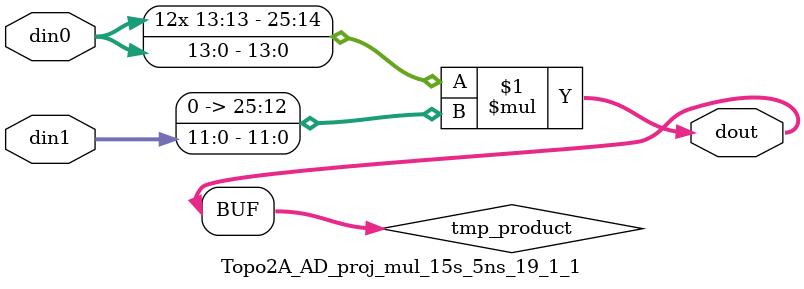
<source format=v>

`timescale 1 ns / 1 ps

 module Topo2A_AD_proj_mul_15s_5ns_19_1_1(din0, din1, dout);
parameter ID = 1;
parameter NUM_STAGE = 0;
parameter din0_WIDTH = 14;
parameter din1_WIDTH = 12;
parameter dout_WIDTH = 26;

input [din0_WIDTH - 1 : 0] din0; 
input [din1_WIDTH - 1 : 0] din1; 
output [dout_WIDTH - 1 : 0] dout;

wire signed [dout_WIDTH - 1 : 0] tmp_product;


























assign tmp_product = $signed(din0) * $signed({1'b0, din1});









assign dout = tmp_product;





















endmodule

</source>
